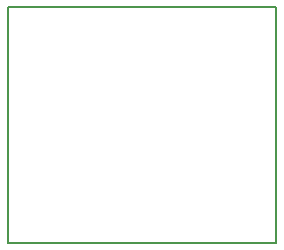
<source format=gm1>
G04 MADE WITH FRITZING*
G04 WWW.FRITZING.ORG*
G04 DOUBLE SIDED*
G04 HOLES PLATED*
G04 CONTOUR ON CENTER OF CONTOUR VECTOR*
%ASAXBY*%
%FSLAX23Y23*%
%MOIN*%
%OFA0B0*%
%SFA1.0B1.0*%
%ADD10R,0.901661X0.793626*%
%ADD11C,0.008000*%
%ADD10C,0.008*%
%LNCONTOUR*%
G90*
G70*
G54D10*
G54D11*
X4Y790D02*
X898Y790D01*
X898Y4D01*
X4Y4D01*
X4Y790D01*
D02*
G04 End of contour*
M02*
</source>
